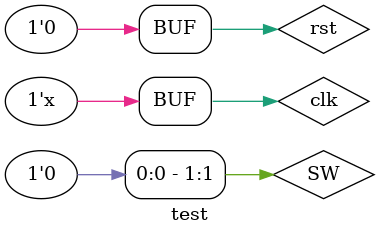
<source format=v>
`timescale 1ns / 1ps


module test(
    




    );
    
    reg clk;
    initial clk = 1;
    always #10 clk = ~clk;
    
    wire [7:0] AN;
    wire [7:0] HEX;
    wire [15:0] LED;
    wire [3:0] VGA_R;
    wire [3:0] VGA_G;
    wire [3:0] VGA_B;
    wire VGA_HS;
    wire VGA_VS;
    wire [15:0] SW;
    wire PS2_CLK;
    wire PS2_DATA;
    
    reg rst;
    initial rst = 1;
    
    always #10 rst = 0;
    assign SW[1] = rst;
    
//    keyboard_sim kbd(
//        PS2_CLK,
//        PS2_DATA
//    );
    
    lab12 i1(
        .SW(SW[15:0]),
        .BTNC(0),
        .CLK100MHZ(clk),
        .PS2_CLK(PS2_CLK),
        .PS2_DATA(PS2_DATA),
        .AN(AN),
        .HEX(HEX),
        .LED(LED),
        .VGA_R(VGA_R),
        .VGA_G(VGA_G),
        .VGA_B(VGA_B),
        .VGA_HS(VGA_HS),
        .VGA_VS(VGA_VS)
    );
    
    
    
endmodule

</source>
